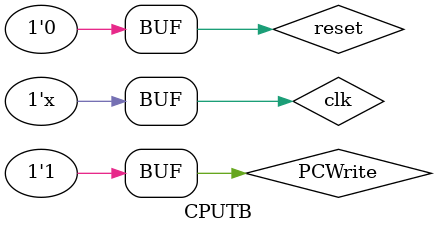
<source format=v>
`timescale 1ns/100ps
module CPUTB();
	reg PCWrite, reset, clk;
	
	CPU uut (.PCWrite(PCWrite),.reset(reset),.clk(clk));
	initial begin 
		PCWrite = 0;
		reset = 1;
		clk = 0;
	#2
		reset = 0;
		PCWrite = 1;
	end
	always #1 clk = ~clk;

endmodule
	

</source>
